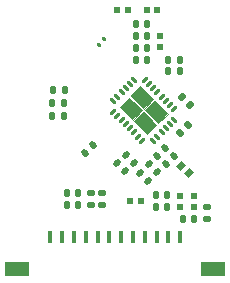
<source format=gbr>
%TF.GenerationSoftware,KiCad,Pcbnew,(6.0.5)*%
%TF.CreationDate,2023-11-29T10:11:24+07:00*%
%TF.ProjectId,lidar,6c696461-722e-46b6-9963-61645f706362,rev?*%
%TF.SameCoordinates,Original*%
%TF.FileFunction,Paste,Top*%
%TF.FilePolarity,Positive*%
%FSLAX46Y46*%
G04 Gerber Fmt 4.6, Leading zero omitted, Abs format (unit mm)*
G04 Created by KiCad (PCBNEW (6.0.5)) date 2023-11-29 10:11:24*
%MOMM*%
%LPD*%
G01*
G04 APERTURE LIST*
G04 Aperture macros list*
%AMRoundRect*
0 Rectangle with rounded corners*
0 $1 Rounding radius*
0 $2 $3 $4 $5 $6 $7 $8 $9 X,Y pos of 4 corners*
0 Add a 4 corners polygon primitive as box body*
4,1,4,$2,$3,$4,$5,$6,$7,$8,$9,$2,$3,0*
0 Add four circle primitives for the rounded corners*
1,1,$1+$1,$2,$3*
1,1,$1+$1,$4,$5*
1,1,$1+$1,$6,$7*
1,1,$1+$1,$8,$9*
0 Add four rect primitives between the rounded corners*
20,1,$1+$1,$2,$3,$4,$5,0*
20,1,$1+$1,$4,$5,$6,$7,0*
20,1,$1+$1,$6,$7,$8,$9,0*
20,1,$1+$1,$8,$9,$2,$3,0*%
%AMRotRect*
0 Rectangle, with rotation*
0 The origin of the aperture is its center*
0 $1 length*
0 $2 width*
0 $3 Rotation angle, in degrees counterclockwise*
0 Add horizontal line*
21,1,$1,$2,0,0,$3*%
G04 Aperture macros list end*
%ADD10C,0.010000*%
%ADD11RoundRect,0.140000X0.140000X0.170000X-0.140000X0.170000X-0.140000X-0.170000X0.140000X-0.170000X0*%
%ADD12RoundRect,0.140000X0.219203X0.021213X0.021213X0.219203X-0.219203X-0.021213X-0.021213X-0.219203X0*%
%ADD13RoundRect,0.140000X-0.140000X-0.170000X0.140000X-0.170000X0.140000X0.170000X-0.140000X0.170000X0*%
%ADD14RoundRect,0.140000X-0.170000X0.140000X-0.170000X-0.140000X0.170000X-0.140000X0.170000X0.140000X0*%
%ADD15RoundRect,0.140000X-0.219203X-0.021213X-0.021213X-0.219203X0.219203X0.021213X0.021213X0.219203X0*%
%ADD16RoundRect,0.135000X0.226274X0.035355X0.035355X0.226274X-0.226274X-0.035355X-0.035355X-0.226274X0*%
%ADD17RoundRect,0.140000X0.021213X-0.219203X0.219203X-0.021213X-0.021213X0.219203X-0.219203X0.021213X0*%
%ADD18RoundRect,0.079500X-0.014849X0.127279X-0.127279X0.014849X0.014849X-0.127279X0.127279X-0.014849X0*%
%ADD19RoundRect,0.135000X0.035355X-0.226274X0.226274X-0.035355X-0.035355X0.226274X-0.226274X0.035355X0*%
%ADD20R,0.600000X0.490000*%
%ADD21RotRect,0.490000X0.600000X135.000000*%
%ADD22RoundRect,0.135000X-0.135000X-0.185000X0.135000X-0.185000X0.135000X0.185000X-0.135000X0.185000X0*%
%ADD23R,0.490000X0.600000*%
%ADD24RoundRect,0.140000X-0.021213X0.219203X-0.219203X0.021213X0.021213X-0.219203X0.219203X-0.021213X0*%
%ADD25RoundRect,0.002400X-0.127279X-0.293591X0.293591X0.127279X0.127279X0.293591X-0.293591X-0.127279X0*%
%ADD26RoundRect,0.002400X0.127279X-0.293591X0.293591X-0.127279X-0.127279X0.293591X-0.293591X0.127279X0*%
%ADD27RoundRect,0.140000X0.170000X-0.140000X0.170000X0.140000X-0.170000X0.140000X-0.170000X-0.140000X0*%
%ADD28R,0.400000X1.000000*%
%ADD29R,2.000000X1.300000*%
G04 APERTURE END LIST*
%TO.C,U1*%
G36*
X137858579Y-83000000D02*
G01*
X137059548Y-83799031D01*
X135977675Y-82717157D01*
X136776705Y-81918127D01*
X137858579Y-83000000D01*
G37*
D10*
X137858579Y-83000000D02*
X137059548Y-83799031D01*
X135977675Y-82717157D01*
X136776705Y-81918127D01*
X137858579Y-83000000D01*
G36*
X138799031Y-82059548D02*
G01*
X138000000Y-82858579D01*
X136918127Y-81776705D01*
X137717157Y-80977675D01*
X138799031Y-82059548D01*
G37*
X138799031Y-82059548D02*
X138000000Y-82858579D01*
X136918127Y-81776705D01*
X137717157Y-80977675D01*
X138799031Y-82059548D01*
G36*
X140022325Y-83282843D02*
G01*
X139223295Y-84081873D01*
X138141421Y-83000000D01*
X138940452Y-82200969D01*
X140022325Y-83282843D01*
G37*
X140022325Y-83282843D02*
X139223295Y-84081873D01*
X138141421Y-83000000D01*
X138940452Y-82200969D01*
X140022325Y-83282843D01*
G36*
X139081873Y-84223295D02*
G01*
X138282843Y-85022325D01*
X137200969Y-83940452D01*
X138000000Y-83141421D01*
X139081873Y-84223295D01*
G37*
X139081873Y-84223295D02*
X138282843Y-85022325D01*
X137200969Y-83940452D01*
X138000000Y-83141421D01*
X139081873Y-84223295D01*
%TD*%
D11*
%TO.C,C21*%
X138280000Y-76700000D03*
X137320000Y-76700000D03*
%TD*%
D12*
%TO.C,C27*%
X136432311Y-88146511D03*
X135753489Y-87467689D03*
%TD*%
D11*
%TO.C,C19*%
X132480000Y-91000000D03*
X131520000Y-91000000D03*
%TD*%
D13*
%TO.C,C14*%
X140100000Y-78700000D03*
X141060000Y-78700000D03*
%TD*%
D14*
%TO.C,C25*%
X133500000Y-90020000D03*
X133500000Y-90980000D03*
%TD*%
D15*
%TO.C,C7*%
X138460589Y-87560589D03*
X139139411Y-88239411D03*
%TD*%
D11*
%TO.C,C23*%
X139980000Y-91200000D03*
X139020000Y-91200000D03*
%TD*%
D15*
%TO.C,C28*%
X136460589Y-86760589D03*
X137139411Y-87439411D03*
%TD*%
D16*
%TO.C,R12*%
X141960624Y-82560624D03*
X141239376Y-81839376D03*
%TD*%
D17*
%TO.C,C30*%
X139860589Y-87539411D03*
X140539411Y-86860589D03*
%TD*%
D18*
%TO.C,C17*%
X134678267Y-76990362D03*
X134190363Y-77478266D03*
%TD*%
D19*
%TO.C,R11*%
X141039376Y-84960624D03*
X141760624Y-84239376D03*
%TD*%
D12*
%TO.C,C8*%
X138396911Y-88953611D03*
X137718089Y-88274789D03*
%TD*%
D13*
%TO.C,C18*%
X131520000Y-90000000D03*
X132480000Y-90000000D03*
%TD*%
D11*
%TO.C,C15*%
X138300000Y-78700000D03*
X137340000Y-78700000D03*
%TD*%
D20*
%TO.C,FB7*%
X142300000Y-90245000D03*
X142300000Y-91155000D03*
%TD*%
D21*
%TO.C,FB5*%
X141821734Y-88321734D03*
X141178266Y-87678266D03*
%TD*%
D22*
%TO.C,R17*%
X130265000Y-83500000D03*
X131285000Y-83500000D03*
%TD*%
D23*
%TO.C,FB4*%
X137755000Y-90700000D03*
X136845000Y-90700000D03*
%TD*%
D24*
%TO.C,C20*%
X133739411Y-85960589D03*
X133060589Y-86639411D03*
%TD*%
D25*
%TO.C,U1*%
X135419060Y-83106066D03*
X135772614Y-83459619D03*
X136126167Y-83813173D03*
X136479720Y-84166726D03*
X136833274Y-84520280D03*
X137186827Y-84873833D03*
X137540381Y-85227386D03*
X137893934Y-85580940D03*
D26*
X138813173Y-85580940D03*
X139166726Y-85227386D03*
X139520280Y-84873833D03*
X139873833Y-84520280D03*
X140227386Y-84166726D03*
X140580940Y-83813173D03*
D25*
X140580940Y-82893934D03*
X140227386Y-82540381D03*
X139873833Y-82186827D03*
X139520280Y-81833274D03*
X139166726Y-81479720D03*
X138813173Y-81126167D03*
X138459619Y-80772614D03*
X138106066Y-80419060D03*
D26*
X137186827Y-80419060D03*
X136833274Y-80772614D03*
X136479720Y-81126167D03*
X136126167Y-81479720D03*
X135772614Y-81833274D03*
X135419060Y-82186827D03*
%TD*%
D27*
%TO.C,C26*%
X134500000Y-90980000D03*
X134500000Y-90020000D03*
%TD*%
D13*
%TO.C,C13*%
X137320000Y-77700000D03*
X138280000Y-77700000D03*
%TD*%
D20*
%TO.C,FB2*%
X141100000Y-90245000D03*
X141100000Y-91155000D03*
%TD*%
D23*
%TO.C,FB3*%
X136655000Y-74500000D03*
X135745000Y-74500000D03*
%TD*%
%TO.C,FB6*%
X138245000Y-74500000D03*
X139155000Y-74500000D03*
%TD*%
D20*
%TO.C,FB1*%
X139400000Y-76745000D03*
X139400000Y-77655000D03*
%TD*%
D27*
%TO.C,C37*%
X143400000Y-92180000D03*
X143400000Y-91220000D03*
%TD*%
D22*
%TO.C,R15*%
X130290000Y-81300000D03*
X131310000Y-81300000D03*
%TD*%
D13*
%TO.C,C22*%
X137320000Y-75700000D03*
X138280000Y-75700000D03*
%TD*%
D24*
%TO.C,C29*%
X139839411Y-86160589D03*
X139160589Y-86839411D03*
%TD*%
D22*
%TO.C,R16*%
X130265000Y-82400000D03*
X131285000Y-82400000D03*
%TD*%
D28*
%TO.C,J1*%
X130100000Y-93700000D03*
X131100000Y-93700000D03*
X132100000Y-93700000D03*
X133100000Y-93700000D03*
X134100000Y-93700000D03*
X135100000Y-93700000D03*
X136100000Y-93700000D03*
X137100000Y-93700000D03*
X138100000Y-93700000D03*
X139100000Y-93700000D03*
X140100000Y-93700000D03*
X141100000Y-93700000D03*
D29*
X143900000Y-96400000D03*
X127300000Y-96400000D03*
%TD*%
D13*
%TO.C,C24*%
X139020000Y-90200000D03*
X139980000Y-90200000D03*
%TD*%
D11*
%TO.C,C16*%
X141060000Y-79700000D03*
X140100000Y-79700000D03*
%TD*%
D13*
%TO.C,C38*%
X141320000Y-92200000D03*
X142280000Y-92200000D03*
%TD*%
M02*

</source>
